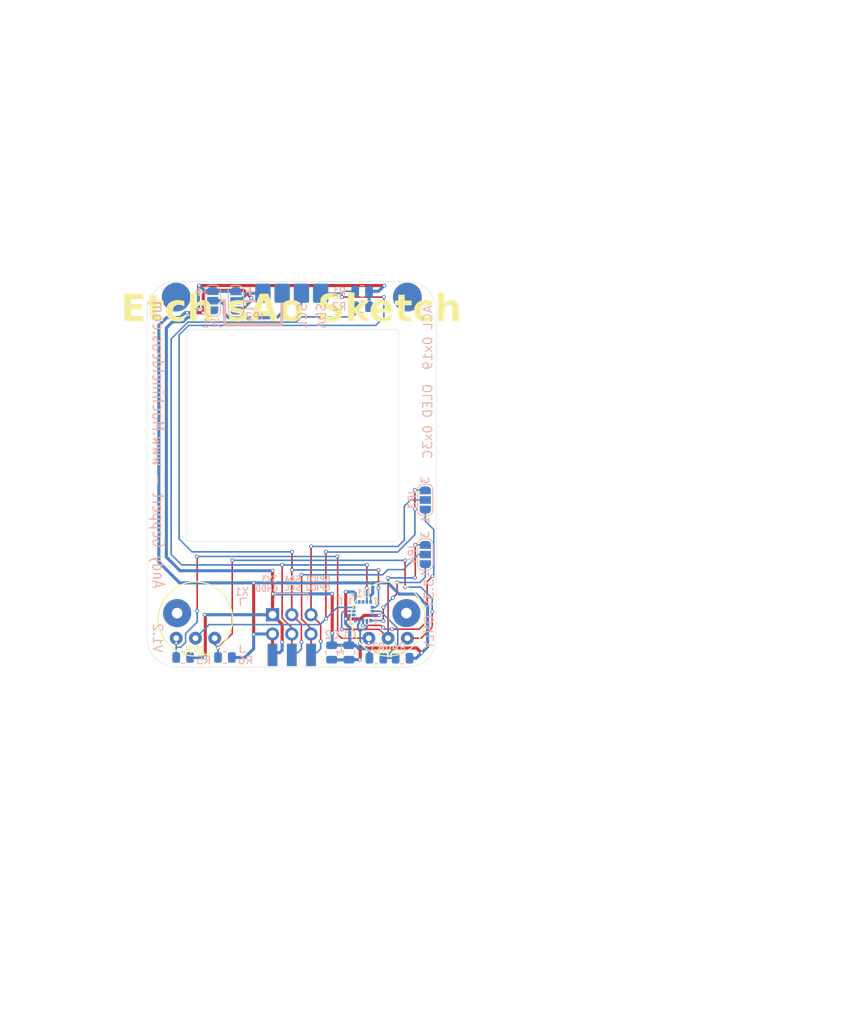
<source format=kicad_pcb>
(kicad_pcb (version 20240108) (generator "pcbnew") (generator_version "8.0")
  (title_block (title "Etch sAo Sketch - PCB Layout") (date "2024-12-01") (rev "1.2") (company "Andy Geppert - Machine Ideas, LLC"))
  (layers (0 "F.Cu" signal) (31 "B.Cu" signal) (34 "B.Paste" user) (35 "F.Paste" user) (36 "B.SilkS" user "B.Silkscreen") (37 "F.SilkS" user "F.Silkscreen") (38 "B.Mask" user) (39 "F.Mask" user) (44 "Edge.Cuts" user))
  (net 0 "")
  (net 1 "VIN")
  (net 2 "Net-(U1-SDO{slash}SA0)")
  (net 3 "GND")
  (net 4 "/POT1L")
  (net 5 "/GPIO2")
  (net 6 "/INT1")
  (net 7 "Net-(R5-Pad2)")
  (net 8 "/GPIO1")
  (net 9 "Net-(R6-Pad1)")
  (net 10 "/SCL")
  (net 11 "/SDA")
  (net 12 "Net-(JP1-C)")
  (net 13 "Net-(JP2-C)")
  (net 14 "/POT2R")
  (net 15 "/INT2")
  (footprint "Andy_Footprint_Library:POT_RES3_91A_TTE" (layer "F.Cu") (at 65.6082 146.1656)
    (property "Reference" "RV1" (at 2.54 1.524 0) (layer "F.SilkS"))
    (property "Value" "R_POT_5K")
    (pad "1" thru_hole circle (at 0 0) (size 1.7 1.7) (drill 0.762) (layers "*.Cu" "*.Mask") (net 7 "Net-(R5-Pad2)"))
    (pad "2" thru_hole circle (at 2.54 0) (size 1.7 1.7) (drill 0.762) (layers "*.Cu" "*.Mask") (net 4 "/POT1L"))
    (pad "3" thru_hole circle (at 5.08 0) (size 1.7 1.7) (drill 0.762) (layers "*.Cu" "*.Mask") (net 9 "Net-(R6-Pad1)"))
  )
  (footprint "Andy_Footprint_Library:Badgelife-SAOv169-BADGE-2x3-Edge-Connect-no-front-text-shortened" (layer "F.Cu") (at 80.8482 144.3456)
    (property "Reference" "X1" (at -6.604 -4.318 0) (layer "B.SilkS") (effects (justify mirror)))
    (property "Value" "SAO_conn_SFH11-NBPC-D03-ST-BK")
    (fp_text user "GPIO1" (at 3.429 -5.969 0) (layer "B.SilkS") (effects (font (size 0.75 0.75)) (justify mirror)))
    (fp_text user "3V3" (at -2.921 -5.969 0) (layer "B.SilkS") (effects (font (size 0.75 0.75)) (justify mirror)))
    (fp_text user "GNDD" (at -3.302 -4.699 0) (layer "B.SilkS") (effects (font (size 0.75 0.75)) (justify mirror)))
    (fp_text user "SDA" (at 0.127 -5.969 0) (layer "B.SilkS") (effects (font (size 0.75 0.75)) (justify mirror)))
    (fp_text user "SCL" (at 0.127 -4.826 0) (layer "B.SilkS") (effects (font (size 0.75 0.75)) (justify mirror)))
    (fp_text user "GPIO2" (at 3.429 -4.826 0) (layer "B.SilkS") (effects (font (size 0.75 0.75)) (justify mirror)))
    (pad "1" thru_hole rect (at -2.54 -1.27 270) (size 1.7272 1.7272) (drill 1.016) (layers "*.Cu" "*.Mask") (net 1 "VIN"))
    (pad "1" smd rect (at -2.54 4.02) (size 1.27 2.96) (layers "B.Cu" "B.Mask") (net 1 "VIN"))
    (pad "2" thru_hole circle (at -2.54 1.27 270) (size 1.7272 1.7272) (drill 1.016) (layers "*.Cu" "*.Mask") (net 3 "GND"))
    (pad "2" smd rect (at -2.54 4.02) (size 1.27 2.96) (layers "F.Cu" "F.Mask") (net 3 "GND"))
    (pad "3" thru_hole oval (at 0 -1.27 270) (size 1.7272 1.7272) (drill 1.016) (layers "*.Cu" "*.Mask") (net 11 "/SDA"))
    (pad "3" smd rect (at 0 4.02) (size 1.27 2.96) (layers "B.Cu" "B.Mask") (net 11 "/SDA"))
    (pad "4" thru_hole oval (at 0 1.27 270) (size 1.7272 1.7272) (drill 1.016) (layers "*.Cu" "*.Mask") (net 10 "/SCL"))
    (pad "4" smd rect (at 0 4.02) (size 1.27 2.96) (layers "F.Cu" "F.Mask") (net 10 "/SCL"))
    (pad "5" thru_hole circle (at 2.54 -1.27 270) (size 1.7272 1.7272) (drill 1.016) (layers "*.Cu" "*.Mask") (net 8 "/GPIO1"))
    (pad "5" smd rect (at 2.54 4.02) (size 1.27 2.96) (layers "B.Cu" "B.Mask") (net 8 "/GPIO1"))
    (pad "6" thru_hole circle (at 2.54 1.27 270) (size 1.7272 1.7272) (drill 1.016) (layers "*.Cu" "*.Mask") (net 5 "/GPIO2"))
    (pad "6" smd rect (at 2.54 4.02) (size 1.27 2.96) (layers "F.Cu" "F.Mask") (net 5 "/GPIO2"))
  )
  (footprint "Andy_Footprint_Library:POT_RES3_91A_TTE" (layer "F.Cu") (at 91.0082 146.1656)
    (property "Reference" "RV2" (at 2.54 1.524 0) (layer "F.SilkS"))
    (property "Value" "R_POT_5K")
    (pad "1" thru_hole circle (at 0 0) (size 1.7 1.7) (drill 0.762) (layers "*.Cu" "*.Mask") (net 7 "Net-(R5-Pad2)"))
    (pad "2" thru_hole circle (at 2.54 0) (size 1.7 1.7) (drill 0.762) (layers "*.Cu" "*.Mask") (net 14 "/POT2R"))
    (pad "3" thru_hole circle (at 5.08 0) (size 1.7 1.7) (drill 0.762) (layers "*.Cu" "*.Mask") (net 9 "Net-(R6-Pad1)"))
  )
  (footprint "Jumper:SolderJumper-3_P1.3mm_Open_RoundedPad1.0x1.5mm_NumberLabels" (layer "B.Cu") (at 70.4342 101.6856 90)
    (property "Reference" "JP1" (at -3.0018 -0.1016 180) (layer "B.SilkS") (effects (justify mirror)))
    (property "Value" "SolderJumper_3_Open")
    (pad "1" smd custom (at -1.3 0 90) (size 1 0.5) (layers "B.Cu" "B.Mask") (net 3 "GND") (options (clearance outline) (anchor rect)) (primitives (gr_circle (center 0 -0.25) (end 0.5 -0.25) (width 0) (fill yes)) (gr_circle (center 0 0.25) (end 0.5 0.25) (width 0) (fill yes)) (gr_poly (pts (xy 0.55 -0.75) (xy 0 -0.75) (xy 0 0.75) (xy 0.55 0.75)) (width 0) (fill yes))))
    (pad "2" smd rect (at 0 0 90) (size 1 1.5) (layers "B.Cu" "B.Mask") (net 12 "Net-(JP1-C)"))
    (pad "3" smd custom (at 1.3 0 90) (size 1 0.5) (layers "B.Cu" "B.Mask") (net 1 "VIN") (options (clearance outline) (anchor rect)) (primitives (gr_circle (center 0 -0.25) (end 0.5 -0.25) (width 0) (fill yes)) (gr_circle (center 0 0.25) (end 0.5 0.25) (width 0) (fill yes)) (gr_poly (pts (xy 0 -0.75) (xy -0.55 -0.75) (xy -0.55 0.75) (xy 0 0.75)) (width 0) (fill yes))))
  )
  (footprint "Jumper:SolderJumper-3_P1.3mm_Open_RoundedPad1.0x1.5mm_NumberLabels" (layer "B.Cu") (at 98.4504 127.9538 90)
    (property "Reference" "JP3" (at 0.127 -1.7018 90) (layer "B.SilkS") (effects (justify mirror)))
    (property "Value" "SolderJumper_3_Open")
    (fp_text user "3" (at 2.6 0 90) (layer "B.SilkS") (effects (justify mirror)))
    (fp_text user "1" (at -2.6 0 90) (layer "B.SilkS") (effects (justify mirror)))
    (pad "1" smd custom (at -1.3 0 90) (size 1 0.5) (layers "B.Cu" "B.Mask") (net 6 "/INT1") (options (clearance outline) (anchor rect)) (primitives (gr_circle (center 0 -0.25) (end 0.5 -0.25) (width 0) (fill yes)) (gr_circle (center 0 0.25) (end 0.5 0.25) (width 0) (fill yes)) (gr_poly (pts (xy 0.55 -0.75) (xy 0 -0.75) (xy 0 0.75) (xy 0.55 0.75)) (width 0) (fill yes))))
    (pad "2" smd rect (at 0 0 90) (size 1 1.5) (layers "B.Cu" "B.Mask") (net 8 "/GPIO1"))
    (pad "3" smd custom (at 1.3 0 90) (size 1 0.5) (layers "B.Cu" "B.Mask") (net 4 "/POT1L") (options (clearance outline) (anchor rect)) (primitives (gr_circle (center 0 -0.25) (end 0.5 -0.25) (width 0) (fill yes)) (gr_circle (center 0 0.25) (end 0.5 0.25) (width 0) (fill yes)) (gr_poly (pts (xy 0 -0.75) (xy -0.55 -0.75) (xy -0.55 0.75) (xy 0 0.75)) (width 0) (fill yes))))
  )
  (footprint "Andy_Footprint_Library:LGA-16_3x3x1mm_STM" (layer "B.Cu") (at 90.2462 142.6096 -90)
    (property "Reference" "U1" (at -2.3876 -0.0254 0) (layer "B.SilkS") (effects (justify mirror)))
    (property "Value" "LIS3DHTR")
    (fp_text user "*" (at -2.5146 1.3462 180) (layer "B.SilkS") (effects (justify mirror)))
    (pad "1" smd rect (at -1.224999 1.000001 180) (size 0.3556 0.4572) (layers "B.Cu" "B.Paste" "B.Mask") (net 1 "VIN"))
    (pad "2" smd rect (at -1.224999 0.499999 180) (size 0.3556 0.4572) (layers "B.Cu" "B.Paste" "B.Mask"))
    (pad "3" smd rect (at -1.224999 0 180) (size 0.3556 0.4572) (layers "B.Cu" "B.Paste" "B.Mask"))
    (pad "4" smd rect (at -1.224999 -0.499999 180) (size 0.3556 0.4572) (layers "B.Cu" "B.Paste" "B.Mask") (net 10 "/SCL"))
    (pad "5" smd rect (at -1.224999 -1.000001 180) (size 0.3556 0.4572) (layers "B.Cu" "B.Paste" "B.Mask") (net 3 "GND"))
    (pad "6" smd rect (at -0.499999 -1.224999 270) (size 0.3556 0.4572) (layers "B.Cu" "B.Paste" "B.Mask") (net 11 "/SDA"))
    (pad "7" smd rect (at 0 -1.224999 270) (size 0.3556 0.4572) (layers "B.Cu" "B.Paste" "B.Mask") (net 2 "Net-(U1-SDO{slash}SA0)"))
    (pad "8" smd rect (at 0.499999 -1.224999 270) (size 0.3556 0.4572) (layers "B.Cu" "B.Paste" "B.Mask") (net 1 "VIN"))
    (pad "9" smd rect (at 1.224999 -1.000001 180) (size 0.3556 0.4572) (layers "B.Cu" "B.Paste" "B.Mask") (net 15 "/INT2"))
    (pad "10" smd rect (at 1.224999 -0.499999 180) (size 0.3556 0.4572) (layers "B.Cu" "B.Paste" "B.Mask") (net 3 "GND"))
    (pad "11" smd rect (at 1.224999 0 180) (size 0.3556 0.4572) (layers "B.Cu" "B.Paste" "B.Mask") (net 6 "/INT1"))
    (pad "12" smd rect (at 1.224999 0.499999 180) (size 0.3556 0.4572) (layers "B.Cu" "B.Paste" "B.Mask") (net 3 "GND"))
    (pad "13" smd rect (at 1.224999 1.000001 180) (size 0.3556 0.4572) (layers "B.Cu" "B.Paste" "B.Mask"))
    (pad "14" smd rect (at 0.499999 1.224999 270) (size 0.3556 0.4572) (layers "B.Cu" "B.Paste" "B.Mask") (net 1 "VIN"))
    (pad "15" smd rect (at 0 1.224999 270) (size 0.3556 0.4572) (layers "B.Cu" "B.Paste" "B.Mask") (net 14 "/POT2R"))
    (pad "16" smd rect (at -0.499999 1.224999 270) (size 0.3556 0.4572) (layers "B.Cu" "B.Paste" "B.Mask") (net 4 "/POT1L"))
  )
  (footprint "Resistor_SMD:R_0805_2012Metric" (layer "B.Cu") (at 90.1192 100.4456 180)
    (property "Reference" "R1" (at 3.048 -0.0508 0) (layer "B.SilkS") (effects (justify mirror)))
    (property "Value" "4K7")
    (pad "1" smd roundrect (at -0.9125 0 180) (size 1.025 1.4) (layers "B.Cu" "B.Paste" "B.Mask") (roundrect_rratio 0.243902) (net 1 "VIN"))
    (pad "2" smd roundrect (at 0.9125 0 180) (size 1.025 1.4) (layers "B.Cu" "B.Paste" "B.Mask") (roundrect_rratio 0.243902) (net 11 "/SDA"))
  )
  (footprint "Andy_Footprint_Library:OLED_1.50_128x128" (layer "B.Cu") (at 80.8482 122.0356 180)
    (property "Reference" "X2" (hide yes))
    (property "Value" "OLED_128x128")
    (fp_line (start 13.843 -10.862) (end 13.843 16.062) (stroke (width 0.05)) (layer "Edge.Cuts"))
    (fp_line (start 13.335 16.57) (end -13.589 16.57) (stroke (width 0.05)) (layer "Edge.Cuts"))
    (fp_line (start -13.589 -11.37) (end 13.335 -11.37) (stroke (width 0.05)) (layer "Edge.Cuts"))
    (fp_line (start -14.097 16.062) (end -14.097 -10.862) (stroke (width 0.05)) (layer "Edge.Cuts"))
    (fp_arc (start 13.843 16.062) (mid 13.69421 16.42121) (end 13.335 16.57) (stroke (width 0.05)) (layer "Edge.Cuts"))
    (fp_arc (start 13.335 -11.37) (mid 13.69421 -11.22121) (end 13.843 -10.862) (stroke (width 0.05)) (layer "Edge.Cuts"))
    (fp_arc (start -13.589 16.57) (mid -13.94821 16.42121) (end -14.097 16.062) (stroke (width 0.05)) (layer "Edge.Cuts"))
    (fp_arc (start -14.097 -10.862) (mid -13.94821 -11.22121) (end -13.589 -11.37) (stroke (width 0.05)) (layer "Edge.Cuts"))
    (pad "1" smd roundrect (at 3.81 21.336 180) (size 2.032 2.54) (layers "B.Cu" "B.Paste" "B.Mask") (roundrect_rratio 0.125) (net 13 "Net-(JP2-C)"))
    (pad "2" smd roundrect (at 1.27 21.336 180) (size 2.032 2.54) (layers "B.Cu" "B.Paste" "B.Mask") (roundrect_rratio 0.125) (net 12 "Net-(JP1-C)"))
    (pad "3" smd roundrect (at -1.27 21.336 180) (size 2.032 2.54) (layers "B.Cu" "B.Paste" "B.Mask") (roundrect_rratio 0.125) (net 10 "/SCL"))
    (pad "4" smd roundrect (at -3.81 21.336 180) (size 2.032 2.54) (layers "B.Cu" "B.Paste" "B.Mask") (roundrect_rratio 0.125) (net 11 "/SDA"))
    (pad "NC" smd circle (at -15.24 20.828 180) (size 3.81 3.81) (layers "B.Cu" "B.Paste" "B.Mask"))
    (pad "NC" thru_hole circle (at -15.115 -20.828 180) (size 3.7 3.7) (drill 1.4) (layers "*.Cu" "*.Mask"))
    (pad "NC" thru_hole circle (at 15.115 -20.828 180) (size 3.7 3.7) (drill 1.4) (layers "*.Cu" "*.Mask"))
    (pad "NC" smd circle (at 15.24 20.828 180) (size 3.81 3.81) (layers "B.Cu" "B.Paste" "B.Mask"))
  )
  (footprint "Resistor_SMD:R_0805_2012Metric" (layer "B.Cu") (at 92.0007 148.8072)
    (property "Reference" "R3" (at 0.2521 -1.4224 0) (layer "B.SilkS") (effects (justify mirror)))
    (property "Value" "10K")
    (pad "1" smd roundrect (at -0.9125 0) (size 1.025 1.4) (layers "B.Cu" "B.Paste" "B.Mask") (roundrect_rratio 0.243902) (net 1 "VIN"))
    (pad "2" smd roundrect (at 0.9125 0) (size 1.025 1.4) (layers "B.Cu" "B.Paste" "B.Mask") (roundrect_rratio 0.243902) (net 2 "Net-(U1-SDO{slash}SA0)"))
  )
  (footprint "Resistor_SMD:R_0805_2012Metric" (layer "B.Cu") (at 95.4532 148.8072)
    (property "Reference" "R4" (at -0.505 -1.4478 0) (layer "B.SilkS") (effects (justify mirror)))
    (property "Value" "10K")
    (pad "1" smd roundrect (at -0.9125 0) (size 1.025 1.4) (layers "B.Cu" "B.Paste" "B.Mask") (roundrect_rratio 0.243902) (net 2 "Net-(U1-SDO{slash}SA0)"))
    (pad "2" smd roundrect (at 0.9125 0) (size 1.025 1.4) (layers "B.Cu" "B.Paste" "B.Mask") (roundrect_rratio 0.243902) (net 3 "GND"))
  )
  (footprint "Resistor_SMD:R_0805_2012Metric" (layer "B.Cu") (at 90.1192 102.4776 180)
    (property "Reference" "R2" (at 3.048 0 0) (layer "B.SilkS") (effects (justify mirror)))
    (property "Value" "4K7")
    (pad "1" smd roundrect (at -0.9125 0 180) (size 1.025 1.4) (layers "B.Cu" "B.Paste" "B.Mask") (roundrect_rratio 0.243902) (net 1 "VIN"))
    (pad "2" smd roundrect (at 0.9125 0 180) (size 1.025 1.4) (layers "B.Cu" "B.Paste" "B.Mask") (roundrect_rratio 0.243902) (net 10 "/SCL"))
  )
  (footprint "Capacitor_SMD:C_0805_2012Metric" (layer "B.Cu") (at 88.392 148.0452 -90)
    (property "Reference" "C1" (at -2.3876 -0.0254 180) (layer "B.SilkS") (effects (justify mirror)))
    (property "Value" "0.1uF")
    (pad "1" smd roundrect (at -0.95 0 270) (size 1 1.45) (layers "B.Cu" "B.Paste" "B.Mask") (net 1 "VIN"))
    (pad "2" smd roundrect (at 0.95 0 270) (size 1 1.45) (layers "B.Cu" "B.Paste" "B.Mask") (net 3 "GND"))
  )
  (footprint "Resistor_SMD:R_0805_2012Metric" (layer "B.Cu") (at 66.5226 148.7056 180)
    (property "Reference" "R5" (at -2.7256 -0.37 0) (layer "B.SilkS") (effects (justify mirror)))
    (property "Value" "10K")
    (pad "1" smd roundrect (at -0.9125 0 180) (size 1.025 1.4) (layers "B.Cu" "B.Paste" "B.Mask") (roundrect_rratio 0.243902) (net 1 "VIN"))
    (pad "2" smd roundrect (at 0.9125 0 180) (size 1.025 1.4) (layers "B.Cu" "B.Paste" "B.Mask") (roundrect_rratio 0.243902) (net 7 "Net-(R5-Pad2)"))
  )
  (footprint "Resistor_SMD:R_0805_2012Metric" (layer "B.Cu") (at 72.0344 148.7056)
    (property "Reference" "R6" (at 2.7138 0.37 0) (layer "B.SilkS") (effects (justify mirror)))
    (property "Value" "4K7")
    (pad "1" smd roundrect (at -0.9125 0) (size 1.025 1.4) (layers "B.Cu" "B.Paste" "B.Mask") (roundrect_rratio 0.243902) (net 9 "Net-(R6-Pad1)"))
    (pad "2" smd roundrect (at 0.9125 0) (size 1.025 1.4) (layers "B.Cu" "B.Paste" "B.Mask") (roundrect_rratio 0.243902) (net 3 "GND"))
  )
  (footprint "Capacitor_SMD:C_0805_2012Metric" (layer "B.Cu") (at 86.106 148.0452 -90)
    (property "Reference" "C2" (at -2.3368 -0.0508 180) (layer "B.SilkS") (effects (justify mirror)))
    (property "Value" "10uF")
    (pad "1" smd roundrect (at -0.95 0 270) (size 1 1.45) (layers "B.Cu" "B.Paste" "B.Mask") (net 1 "VIN"))
    (pad "2" smd roundrect (at 0.95 0 270) (size 1 1.45) (layers "B.Cu" "B.Paste" "B.Mask") (net 3 "GND"))
  )
  (footprint "Jumper:SolderJumper-3_P1.3mm_Open_RoundedPad1.0x1.5mm_NumberLabels" (layer "B.Cu") (at 98.4504 135.142 90)
    (property "Reference" "JP4" (at 0.1524 -1.7018 90) (layer "B.SilkS") (effects (justify mirror)))
    (property "Value" "SolderJumper_3_Open")
    (fp_text user "1" (at -2.6 0 90) (layer "B.SilkS") (effects (justify mirror)))
    (fp_text user "3" (at 2.6 0 90) (layer "B.SilkS") (effects (justify mirror)))
    (pad "1" smd custom (at -1.3 0 90) (size 1 0.5) (layers "B.Cu" "B.Mask") (net 15 "/INT2") (options (clearance outline) (anchor rect)) (primitives (gr_circle (center 0 -0.25) (end 0.5 -0.25) (width 0) (fill yes)) (gr_circle (center 0 0.25) (end 0.5 0.25) (width 0) (fill yes)) (gr_poly (pts (xy 0.55 -0.75) (xy 0 -0.75) (xy 0 0.75) (xy 0.55 0.75)) (width 0) (fill yes))))
    (pad "2" smd rect (at 0 0 90) (size 1 1.5) (layers "B.Cu" "B.Mask") (net 5 "/GPIO2"))
    (pad "3" smd custom (at 1.3 0 90) (size 1 0.5) (layers "B.Cu" "B.Mask") (net 14 "/POT2R") (options (clearance outline) (anchor rect)) (primitives (gr_circle (center 0 -0.25) (end 0.5 -0.25) (width 0) (fill yes)) (gr_circle (center 0 0.25) (end 0.5 0.25) (width 0) (fill yes)) (gr_poly (pts (xy 0 -0.75) (xy -0.55 -0.75) (xy -0.55 0.75) (xy 0 0.75)) (width 0) (fill yes))))
  )
  (footprint "Jumper:SolderJumper-3_P1.3mm_Open_RoundedPad1.0x1.5mm_NumberLabels" (layer "B.Cu") (at 73.4822 101.7156 90)
    (property "Reference" "JP2" (at -2.0828 2.5908 0) (layer "B.SilkS") (effects (justify mirror)))
    (property "Value" "SolderJumper_3_Open")
    (pad "1" smd custom (at -1.3 0 90) (size 1 0.5) (layers "B.Cu" "B.Mask") (net 3 "GND") (options (clearance outline) (anchor rect)) (primitives (gr_circle (center 0 -0.25) (end 0.5 -0.25) (width 0) (fill yes)) (gr_circle (center 0 0.25) (end 0.5 0.25) (width 0) (fill yes)) (gr_poly (pts (xy 0.55 -0.75) (xy 0 -0.75) (xy 0 0.75) (xy 0.55 0.75)) (width 0) (fill yes))))
    (pad "2" smd rect (at 0 0 90) (size 1 1.5) (layers "B.Cu" "B.Mask") (net 13 "Net-(JP2-C)"))
    (pad "3" smd custom (at 1.3 0 90) (size 1 0.5) (layers "B.Cu" "B.Mask") (net 1 "VIN") (options (clearance outline) (anchor rect)) (primitives (gr_circle (center 0 -0.25) (end 0.5 -0.25) (width 0) (fill yes)) (gr_circle (center 0 0.25) (end 0.5 0.25) (width 0) (fill yes)) (gr_poly (pts (xy 0 -0.75) (xy -0.55 -0.75) (xy -0.55 0.75) (xy 0 0.75)) (width 0) (fill yes))))
  )
  (gr_line (start 71.9836 104.8144) (end 79.5274 104.8144) (stroke (width 0.381)) (layer "B.SilkS"))
  (gr_line (start 71.5518 101.6902) (end 71.9836 101.6902) (stroke (width 0.381)) (layer "B.SilkS"))
  (gr_line (start 71.9836 101.6902) (end 71.9836 104.8144) (stroke (width 0.381)) (layer "B.SilkS"))
  (gr_line (start 74.6252 101.7156) (end 75.9206 101.7156) (stroke (width 0.381)) (layer "B.SilkS"))
  (gr_line (start 79.5274 104.8144) (end 79.5274 102.0966) (stroke (width 0.381)) (layer "B.SilkS"))
  (gr_line (start 99.8982 102.9856) (end 99.8982 146.1656) (stroke (width 0.05)) (layer "Edge.Cuts"))
  (gr_arc (start 61.7982 102.9856) (mid 62.914123 100.291523) (end 65.6082 99.1756) (stroke (width 0.05)) (layer "Edge.Cuts"))
  (gr_line (start 61.7982 146.1656) (end 61.7982 102.9856) (stroke (width 0.05)) (layer "Edge.Cuts"))
  (gr_arc (start 96.0882 99.1756) (mid 98.782277 100.291523) (end 99.8982 102.9856) (stroke (width 0.05)) (layer "Edge.Cuts"))
  (gr_line (start 65.6082 149.9756) (end 96.0882 149.9756) (stroke (width 0.05)) (layer "Edge.Cuts"))
  (gr_arc (start 99.8982 146.1656) (mid 98.782277 148.859677) (end 96.0882 149.9756) (stroke (width 0.05)) (layer "Edge.Cuts"))
  (gr_arc (start 65.6082 149.9756) (mid 62.914123 148.859677) (end 61.7982 146.1656) (stroke (width 0.05)) (layer "Edge.Cuts"))
  (gr_line (start 65.6082 99.1756) (end 96.0882 99.1756) (stroke (width 0.05)) (layer "Edge.Cuts"))
  (gr_text "3.3V ONLY" (at 98.9584 142.9398 90) (layer "B.SilkS") (effects (font (size 1.2 1.2)) (justify mirror)))
  (gr_text "-" (at 75.311 102.8078 -180) (layer "B.SilkS") (effects (font (size 1.2 1.2) (thickness 0.254)) (justify mirror)))
  (gr_text "SCL" (at 82.2198 103.646 90) (layer "B.SilkS") (effects (font (size 1.2 1.2) (thickness 0.1524)) (justify mirror)))
  (gr_text "SDA" (at 84.7344 103.6714 90) (layer "B.SilkS") (effects (font (size 1.2 1.2) (thickness 0.1524)) (justify mirror)))
  (gr_text "ACL 0x19  OLED 0x3C" (at 98.7552 112.409 90) (layer "B.SilkS") (effects (font (size 1.2 1.2)) (justify mirror)))
  (gr_text "+" (at 75.3364 100.3948 0) (layer "B.SilkS") (effects (font (size 1.2 1.2) (thickness 0.254)) (justify mirror)))
  (gr_text "+" (at 68.6308 100.4202 0) (layer "B.SilkS") (effects (font (size 1.2 1.2) (thickness 0.254)) (justify mirror)))
  (gr_text "V1.2" (at 63.1698 146.1148 270) (layer "B.SilkS") (effects (font (size 1.2 1.2)) (justify mirror)))
  (gr_text "-" (at 68.6054 102.8332 -180) (layer "B.SilkS") (effects (font (size 1.2 1.2) (thickness 0.254)) (justify mirror)))
  (gr_text "Andy Geppert - www.MachineIdeas.com" (at 63.2714 120.6386 270) (layer "B.SilkS") (effects (font (size 1.524 1.27) (thickness 0.1778)) (justify mirror)))
  (gr_text "Etch sAo Sketch" (at 80.772 104.9922 0) (layer "F.SilkS") (effects (font (size 3.556 3.556) (thickness 0.508) (bold yes)) (justify bottom)))
  (segment (start 93.0402 99.6836) (end 68.6562 99.6836) (width 0.4064) (layer "F.Cu") (net 1))
  (segment (start 69.3674 143.0756) (end 69.4482 143.1564) (width 0.4064) (layer "F.Cu") (net 1))
  (segment (start 87.9602 143.6256) (end 89.916 143.6256) (width 0.4064) (layer "F.Cu") (net 1))
  (segment (start 69.4482 143.1564) (end 69.4482 148.6248) (width 0.4064) (layer "F.Cu") (net 1))
  (segment (start 89.916 143.6256) (end 90.382289 143.159311) (width 0.4064) (layer "F.Cu") (net 1))
  (segment (start 79.5782 144.3456) (end 78.3082 143.0756) (width 0.4064) (layer "F.Cu") (net 1))
  (segment (start 86.1822 140.3236) (end 86.1568 140.3236) (width 0.4064) (layer "F.Cu") (net 1))
  (segment (start 87.9602 140.0696) (end 87.9602 143.6256) (width 0.4064) (layer "F.Cu") (net 1))
  (segment (start 90.382289 143.159311) (end 92.363489 143.159311) (width 0.4064) (layer "F.Cu") (net 1))
  (segment (start 78.3336 140.3236) (end 78.3082 140.3236) (width 0.4064) (layer "F.Cu") (net 1))
  (segment (start 78.3082 137.301) (end 78.3082 143.0756) (width 0.4064) (layer "F.Cu") (net 1))
  (segment (start 86.1822 145.5052) (end 86.1822 140.3236) (width 0.4064) (layer "F.Cu") (net 1))
  (segment (start 79.5782 146.6756) (end 79.5782 144.3456) (width 0.4064) (layer "F.Cu") (net 1))
  (segment (start 69.4482 148.6248) (end 69.3674 148.7056) (width 0.4064) (layer "F.Cu") (net 1))
  (via (at 86.1568 140.3236) (size 0.508) (drill 0.3048) (layers "F.Cu" "B.Cu") (net 1))
  (via (at 69.3674 143.0756) (size 0.508) (drill 0.3048) (layers "F.Cu" "B.Cu") (net 1))
  (via (at 87.9602 143.6256) (size 0.508) (drill 0.3048) (layers "F.Cu" "B.Cu") (net 1))
  (via (at 86.1822 145.5052) (size 0.508) (drill 0.3048) (layers "F.Cu" "B.Cu") (net 1))
  (via (at 87.9602 140.0696) (size 0.508) (drill 0.3048) (layers "F.Cu" "B.Cu") (net 1))
  (via (at 79.5782 146.6756) (size 0.508) (drill 0.3048) (layers "F.Cu" "B.Cu") (net 1))
  (via (at 78.3336 140.3236) (size 0.508) (drill 0.3048) (layers "F.Cu" "B.Cu") (net 1))
  (via (at 92.363489 143.159311) (size 0.508) (drill 0.3048) (layers "F.Cu" "B.Cu") (net 1))
  (via (at 69.3674 148.7056) (size 0.508) (drill 0.3048) (layers "F.Cu" "B.Cu") (net 1))
  (via (at 68.6562 99.6836) (size 0.508) (drill 0.3048) (layers "F.Cu" "B.Cu") (net 1))
  (via (at 93.0402 99.6836) (size 0.508) (drill 0.3048) (layers "F.Cu" "B.Cu") (net 1))
  (via (at 78.3082 137.2756) (size 0.508) (drill 0.3048) (layers "F.Cu" "B.Cu") (net 1))
  (segment (start 89.6598 147.5372) (end 90.7796 147.5372) (width 0.4064) (layer "B.Cu") (net 1))
  (segment (start 91.0317 100.4456) (end 91.0317 102.4776) (width 0.4064) (layer "B.Cu") (net 1))
  (segment (start 88.392 147.0952) (end 89.2178 147.0952) (width 0.4064) (layer "B.Cu") (net 1))
  (segment (start 91.471199 143.109599) (end 92.313777 143.109599) (width 0.2032) (layer "B.Cu") (net 1))
  (segment (start 69.4182 100.4456) (end 73.1682 100.4456) (width 0.4064) (layer "B.Cu") (net 1))
  (segment (start 67.308505 103.8746) (end 67.1068 103.8746) (width 0.4064) (layer "B.Cu") (net 1))
  (segment (start 92.313777 143.109599) (end 92.363489 143.159311) (width 0.2032) (layer "B.Cu") (net 1))
  (segment (start 89.2178 147.0952) (end 89.6598 147.5372) (width 0.4064) (layer "B.Cu") (net 1))
  (segment (start 88.476201 143.109599) (end 87.9602 143.6256) (width 0.4064) (layer "B.Cu") (net 1))
  (segment (start 88.4936 146.9936) (end 88.4936 144.794) (width 0.4064) (layer "B.Cu") (net 1))
  (segment (start 68.5546 99.7852) (end 68.5546 102.628505) (width 0.4064) (layer "B.Cu") (net 1))
  (segment (start 82.8548 140.3236) (end 78.3336 140.3236) (width 0.4064) (layer "B.Cu") (net 1))
  (segment (start 69.3674 143.0756) (end 78.3082 143.0756) (width 0.4064) (layer "B.Cu") (net 1))
  (segment (start 79.2532 148.0706) (end 78.3082 148.0706) (width 0.4064) (layer "B.Cu") (net 1))
  (segment (start 66.5226 104.4588) (end 65.1256 104.4588) (width 0.4064) (layer "B.Cu") (net 1))
  (segment (start 89.2302 140.5776) (end 89.2302 141.368602) (width 0.3048) (layer "B.Cu") (net 1))
  (segment (start 86.1822 147.0952) (end 86.1822 145.5052) (width 0.4064) (layer "B.Cu") (net 1))
  (segment (start 68.6562 99.6836) (end 68.5546 99.7852) (width 0.4064) (layer "B.Cu") (net 1))
  (segment (start 66.1162 137.2756) (end 78.3082 137.2756) (width 0.4064) (layer "B.Cu") (net 1))
  (segment (start 86.1568 140.3236) (end 82.8548 140.3236) (width 0.4064) (layer "B.Cu") (net 1))
  (segment (start 89.0016 140.0696) (end 89.2302 140.2982) (width 0.4064) (layer "B.Cu") (net 1))
  (segment (start 65.1256 104.4588) (end 64.3128 105.2716) (width 0.4064) (layer "B.Cu") (net 1))
  (segment (start 68.5546 102.628505) (end 67.308505 103.8746) (width 0.4064) (layer "B.Cu") (net 1))
  (segment (start 79.5782 147.7456) (end 79.2532 148.0706) (width 0.4064) (layer "B.Cu") (net 1))
  (segment (start 87.9602 144.2606) (end 87.9602 143.6256) (width 0.4064) (layer "B.Cu") (net 1))
  (segment (start 64.3128 105.2716) (end 64.3128 135.4722) (width 0.4064) (layer "B.Cu") (net 1))
  (segment (start 79.5782 146.6756) (end 79.5782 147.7456) (width 0.4064) (layer "B.Cu") (net 1))
  (segment (start 92.2782 100.4456) (end 91.0317 100.4456) (width 0.4064) (layer "B.Cu") (net 1))
  (segment (start 88.392 147.0952) (end 86.1822 147.0952) (width 0.4064) (layer "B.Cu") (net 1))
  (segment (start 90.7796 147.5372) (end 91.0882 147.8458) (width 0.4064) (layer "B.Cu") (net 1))
  (segment (start 88.4936 144.794) (end 87.9602 144.2606) (width 0.4064) (layer "B.Cu") (net 1))
  (segment (start 64.3128 135.4722) (end 66.1162 137.2756) (width 0.4064) (layer "B.Cu") (net 1))
  (segment (start 93.0402 99.6836) (end 92.2782 100.4456) (width 0.4064) (layer "B.Cu") (net 1))
  (segment (start 88.392 147.0952) (end 88.4936 146.9936) (width 0.4064) (layer "B.Cu") (net 1))
  (segment (start 91.0882 147.8458) (end 91.0882 148.8072) (width 0.4064) (layer "B.Cu") (net 1))
  (segment (start 87.9602 140.0696) (end 89.0016 140.0696) (width 0.4064) (layer "B.Cu") (net 1))
  (segment (start 67.1068 103.8746) (end 66.5226 104.4588) (width 0.4064) (layer "B.Cu") (net 1))
  (segment (start 89.2302 140.2982) (end 89.2302 140.5776) (width 0.4064) (layer "B.Cu") (net 1))
  (segment (start 89.021201 143.109599) (end 88.476201 143.109599) (width 0.3048) (layer "B.Cu") (net 1))
  (segment (start 69.3674 148.7056) (end 67.4351 148.7056) (width 0.4064) (layer "B.Cu") (net 1))
  (segment (start 68.6562 99.6836) (end 69.4182 100.4456) (width 0.4064) (layer "B.Cu") (net 1))
  (segment (start 93.726 148.8072) (end 92.9132 148.8072) (width 0.2032) (layer "B.Cu") (net 2))
  (segment (start 92.5322 142.6096) (end 94.8182 144.8956) (width 0.2032) (layer "B.Cu") (net 2))
  (segment (start 94.8182 144.8956) (end 94.8182 147.0292) (width 0.2032) (layer "B.Cu") (net 2))
  (segment (start 93.726 148.8072) (end 94.5407 148.8072) (width 0.2032) (layer "B.Cu") (net 2))
  (segment (start 93.726 148.1214) (end 93.726 148.8072) (width 0.2032) (layer "B.Cu") (net 2))
  (segment (start 94.8182 147.0292) (end 93.726 148.1214) (width 0.2032) (layer "B.Cu") (net 2))
  (segment (start 91.471199 142.6096) (end 92.5322 142.6096) (width 0.2032) (layer "B.Cu") (net 2))
  (segment (start 69.1642 103.265) (end 69.1642 100.903332) (width 0.4064) (layer "F.Cu") (net 3))
  (segment (start 69.748932 100.3186) (end 74.5236 100.3186) (width 0.4064) (layer "F.Cu") (net 3))
  (segment (start 75.819 138.8758) (end 75.819 145.6756) (width 0.4064) (layer "F.Cu") (net 3))
  (segment (start 97.9551 148.1087) (end 97.3074 147.461) (width 0.4064) (layer "F.Cu") (net 3))
  (segment (start 89.8652 148.9342) (end 89.8144 148.985) (width 0.4064) (layer "F.Cu") (net 3))
  (segment (start 97.3074 147.461) (end 89.8652 147.461) (width 0.4064) (layer "F.Cu") (net 3))
  (segment (start 69.1642 100.903332) (end 69.748932 100.3186) (width 0.4064) (layer "F.Cu") (net 3))
  (segment (start 67.056 103.265) (end 69.1642 103.265) (width 0.4064) (layer "F.Cu") (net 3))
  (segment (start 78.3082 145.6156) (end 78.3082 148.0706) (width 0.4064) (layer "F.Cu") (net 3))
  (segment (start 89.8652 146.8756) (end 89.8652 148.9342) (width 0.4064) (layer "F.Cu") (net 3))
  (segment (start 74.5236 100.3186) (end 75.5142 101.3092) (width 0.4064) (layer "F.Cu") (net 3))
  (via (at 89.8652 146.8756) (size 0.508) (drill 0.3048) (layers "F.Cu" "B.Cu") (net 3))
  (via (at 69.1642 103.265) (size 0.508) (drill 0.3048) (layers "F.Cu" "B.Cu") (net 3))
  (via (at 97.9551 148.1087) (size 0.508) (drill 0.3048) (layers "F.Cu" "B.Cu") (net 3))
  (via (at 75.819 138.8758) (size 0.508) (drill 0.3048) (layers "F.Cu" "B.Cu") (net 3))
  (via (at 67.056 103.265) (size 0.508) (drill 0.3048) (layers "F.Cu" "B.Cu") (net 3))
  (via (at 75.819 145.6756) (size 0.508) (drill 0.3048) (layers "F.Cu" "B.Cu") (net 3))
  (via (at 89.8144 148.985) (size 0.508) (drill 0.3048) (layers "F.Cu" "B.Cu") (net 3))
  (via (at 75.5142 101.3092) (size 0.508) (drill 0.3048) (layers "F.Cu" "B.Cu") (net 3))
  (segment (start 75.819 147.5626) (end 74.676 148.7056) (width 0.4064) (layer "B.Cu") (net 3))
  (segment (start 63.3222 136.1326) (end 63.3222 104.9414) (width 0.4064) (layer "B.Cu") (net 3))
  (segment (start 66.0654 138.8758) (end 63.3222 136.1326) (width 0.4064) (layer "B.Cu") (net 3))
  (segment (start 86.1314 149.0206) (end 86.106 148.9952) (width 0.4064) (layer "B.Cu") (net 3))
  (segment (start 90.776771 144.69663) (end 90.464313 145.009088) (width 0.254) (layer "B.Cu") (net 3))
  (segment (start 91.246201 140.5522) (end 91.246201 141.384601) (width 0.2032) (layer "B.Cu") (net 3))
  (segment (start 69.4936 103.265) (end 69.773 102.9856) (width 0.4064) (layer "B.Cu") (net 3))
  (segment (start 75.819 138.8758) (end 66.0654 138.8758) (width 0.4064) (layer "B.Cu") (net 3))
  (segment (start 88.392 148.9952) (end 88.3666 149.0206) (width 0.4064) (layer "B.Cu") (net 3))
  (segment (start 89.8144 148.985) (end 89.8042 148.9952) (width 0.4064) (layer "B.Cu") (net 3))
  (segment (start 89.5604 144.3634) (end 89.746201 144.177599) (width 0.254) (layer "B.Cu") (net 3))
  (segment (start 98.7552 141.900114) (end 97.204086 140.349) (width 0.4064) (layer "B.Cu") (net 3))
  (segment (start 89.8652 145.2766) (end 89.5604 144.9718) (width 0.254) (layer "B.Cu") (net 3))
  (segment (start 97.204086 140.349) (end 94.996 140.349) (width 0.4064) (layer "B.Cu") (net 3))
  (segment (start 75.819 138.8758) (end 91.567 138.8758) (width 0.4064) (layer "B.Cu") (net 3))
  (segment (start 91.5162 140.282201) (end 91.5162 138.9266) (width 0.4064) (layer "B.Cu") (net 3))
  (segment (start 90.746199 143.834599) (end 90.746199 144.123599) (width 0.254) (layer "B.Cu") (net 3))
  (segment (start 94.996 140.349) (end 93.5228 138.8758) (width 0.4064) (layer "B.Cu") (net 3))
  (segment (start 66.7766 103.265) (end 67.056 103.265) (width 0.4064) (layer "B.Cu") (net 3))
  (segment (start 90.776771 144.154171) (end 90.776771 144.69663) (width 0.254) (layer "B.Cu") (net 3))
  (segment (start 63.3222 104.9414) (end 64.3636 103.9) (width 0.4064) (layer "B.Cu") (net 3))
  (segment (start 64.3636 103.9) (end 66.1416 103.9) (width 0.4064) (layer "B.Cu") (net 3))
  (segment (start 75.5142 101.6448) (end 74.1434 103.0156) (width 0.4064) (layer "B.Cu") (net 3))
  (segment (start 91.246201 140.5522) (end 91.5162 140.282201) (width 0.4064) (layer "B.Cu") (net 3))
  (segment (start 75.819 145.6756) (end 75.879 145.6156) (width 0.4064) (layer "B.Cu") (net 3))
  (segment (start 88.3666 149.0206) (end 86.1314 149.0206) (width 0.4064) (layer "B.Cu") (net 3))
  (segment (start 93.5228 138.8758) (end 91.567 138.8758) (width 0.4064) (layer "B.Cu") (net 3))
  (segment (start 90.132712 145.009088) (end 89.8652 145.2766) (width 0.254) (layer "B.Cu") (net 3))
  (segment (start 89.8652 145.2766) (end 89.8652 146.8756) (width 0.254) (layer "B.Cu") (net 3))
  (segment (start 97.2566 148.8072) (end 97.9551 148.1087) (width 0.4064) (layer "B.Cu") (net 3))
  (segment (start 90.746199 144.123599) (end 90.776771 144.154171) (width 0.254) (layer "B.Cu") (net 3))
  (segment (start 75.819 145.6756) (end 75.819 147.5626) (width 0.4064) (layer "B.Cu") (net 3))
  (segment (start 69.773 102.9856) (end 70.4342 102.9856) (width 0.4064) (layer "B.Cu") (net 3))
  (segment (start 74.1434 103.0156) (end 73.4822 103.0156) (width 0.4064) (layer "B.Cu") (net 3))
  (segment (start 74.676 148.7056) (end 72.9469 148.7056) (width 0.4064) (layer "B.Cu") (net 3))
  (segment (start 98.7552 147.3086) (end 98.7552 141.900114) (width 0.4064) (layer "B.Cu") (net 3))
  (segment (start 75.879 145.6156) (end 78.3082 145.6156) (width 0.4064) (layer "B.Cu") (net 3))
  (segment (start 75.5142 101.3092) (end 75.5142 101.6448) (width 0.4064) (layer "B.Cu") (net 3))
  (segment (start 69.1642 103.265) (end 69.4936 103.265) (width 0.4064) (layer "B.Cu") (net 3))
  (segment (start 89.5604 144.9718) (end 89.5604 144.3634) (width 0.254) (layer "B.Cu") (net 3))
  (segment (start 89.746201 144.177599) (end 89.746201 143.834599) (width 0.254) (layer "B.Cu") (net 3))
  (segment (start 89.8042 148.9952) (end 88.392 148.9952) (width 0.4064) (layer "B.Cu") (net 3))
  (segment (start 97.9551 148.1087) (end 98.7552 147.3086) (width 0.4064) (layer "B.Cu") (net 3))
  (segment (start 96.3657 148.8072) (end 97.2566 148.8072) (width 0.4064) (layer "B.Cu") (net 3))
  (segment (start 66.1416 103.9) (end 66.7766 103.265) (width 0.4064) (layer "B.Cu") (net 3))
  (segment (start 90.464313 145.009088) (end 90.132712 145.009088) (width 0.254) (layer "B.Cu") (net 3))
  (segment (start 97.0788 129.173) (end 97.0788 126.633) (width 0.2032) (layer "F.Cu") (net 4))
  (segment (start 85.344 143.6002) (end 85.344 134.7864) (width 0.2032) (layer "F.Cu") (net 4))
  (segment (start 85.344 134.7864) (end 85.344 134.8118) (width 0.2032) (layer "F.Cu") (net 4))
  (via (at 85.344 143.6002) (size 0.508) (drill 0.3048) (layers "F.Cu" "B.Cu") (net 4))
  (via (at 97.0788 126.633) (size 0.508) (drill 0.3048) (layers "F.Cu" "B.Cu") (net 4))
  (via (at 97.0788 129.173) (size 0.508) (drill 0.3048) (layers "F.Cu" "B.Cu") (net 4))
  (via (at 85.344 134.7864) (size 0.508) (drill 0.3048) (layers "F.Cu" "B.Cu") (net 4))
  (segment (start 85.344 143.6002) (end 84.5686 144.3756) (width 0.2032) (layer "B.Cu") (net 4))
  (segment (start 85.344 143.6002) (end 86.834599 142.109601) (width 0.2032) (layer "B.Cu") (net 4))
  (segment (start 94.7928 134.8118) (end 97.0788 132.5258) (width 0.2032) (layer "B.Cu") (net 4))
  (segment (start 85.344 134.8118) (end 94.7928 134.8118) (width 0.2032) (layer "B.Cu") (net 4))
  (segment (start 84.5686 144.3756) (end 69.9382 144.3756) (width 0.2032) (layer "B.Cu") (net 4))
  (segment (start 97.0788 126.633) (end 98.4296 126.633) (width 0.2032) (layer "B.Cu") (net 4))
  (segment (start 98.4296 126.633) (end 98.4504 126.6538) (width 0.2032) (layer "B.Cu") (net 4))
  (segment (start 86.834599 142.109601) (end 89.021201 142.109601) (width 0.2032) (layer "B.Cu") (net 4))
  (segment (start 97.0788 132.5258) (end 97.0788 129.173) (width 0.2032) (layer "B.Cu") (net 4))
  (segment (start 69.9382 144.3756) (end 68.1482 146.1656) (width 0.2032) (layer "B.Cu") (net 4))
  (segment (start 83.3882 145.6156) (end 83.3882 144.897179) (width 0.2032) (layer "F.Cu") (net 5))
  (segment (start 82.1436 143.652579) (end 82.1436 137.809) (width 0.2032) (layer "F.Cu") (net 5))
  (segment (start 83.3882 145.6156) (end 83.3882 148.0706) (width 0.2032) (layer "F.Cu") (net 5))
  (segment (start 83.3882 144.897179) (end 82.1436 143.652579) (width 0.2032) (layer "F.Cu") (net 5))
  (via (at 82.1436 137.809) (size 0.508) (drill 0.3048) (layers "F.Cu" "B.Cu") (net 5))
  (segment (start 92.837 137.809) (end 93.5228 137.1232) (width 0.2032) (layer "B.Cu") (net 5))
  (segment (start 95.5548 137.1232) (end 97.536 135.142) (width 0.2032) (layer "B.Cu") (net 5))
  (segment (start 97.536 135.142) (end 98.4504 135.142) (width 0.2032) (layer "B.Cu") (net 5))
  (segment (start 93.5228 137.1232) (end 95.5548 137.1232) (width 0.2032) (layer "B.Cu") (net 5))
  (segment (start 82.1436 137.809) (end 92.837 137.809) (width 0.2032) (layer "B.Cu") (net 5))
  (segment (start 90.243371 144.475688) (end 90.243459 144.4756) (width 0.2032) (layer "F.Cu") (net 6))
  (segment (start 97.6592 144.9756) (end 94.06 144.9756) (width 0.2032) (layer "F.Cu") (net 6))
  (segment (start 98.7044 143.9304) (end 97.6592 144.9756) (width 0.2032) (layer "F.Cu") (net 6))
  (segment (start 90.243459 144.4756) (end 92.57662 144.4756) (width 0.2032) (layer "F.Cu") (net 6))
  (segment (start 98.7044 138.698) (end 98.7044 143.9304) (width 0.2032) (layer "F.Cu") (net 6))
  (segment (start 94.06 144.9756) (end 94.0562 144.9718) (width 0.2032) (layer "F.Cu") (net 6))
  (segment (start 92.57662 144.4756) (end 92.86962 144.7686) (width 0.2032) (layer "F.Cu") (net 6))
  (segment (start 99.4156 137.9868) (end 98.7044 138.698) (width 0.2032) (layer "F.Cu") (net 6))
  (via (at 92.86962 144.7686) (size 0.508) (drill 0.3048) (layers "F.Cu" "B.Cu") (net 6))
  (via (at 90.243371 144.475688) (size 0.508) (drill 0.3048) (layers "F.Cu" "B.Cu") (net 6))
  (via (at 99.4156 137.9868) (size 0.508) (drill 0.3048) (layers "F.Cu" "B.Cu") (net 6))
  (via (at 94.0562 144.9718) (size 0.508) (drill 0.3048) (layers "F.Cu" "B.Cu") (net 6))
  (segment (start 99.568 131.84) (end 98.4504 130.7224) (width 0.2032) (layer "B.Cu") (net 6))
  (segment (start 99.4156 137.9868) (end 99.568 137.8344) (width 0.2032) (layer "B.Cu") (net 6))
  (segment (start 90.2462 144.472859) (end 90.2462 143.834599) (width 0.2032) (layer "B.Cu") (net 6))
  (segment (start 99.568 137.8344) (end 99.568 131.84) (width 0.2032) (layer "B.Cu") (net 6))
  (segment (start 92.86962 144.7686) (end 93.07282 144.9718) (width 0.2032) (layer "B.Cu") (net 6))
  (segment (start 93.07282 144.9718) (end 94.0562 144.9718) (width 0.2032) (layer "B.Cu") (net 6))
  (segment (start 90.243371 144.475688) (end 90.2462 144.472859) (width 0.2032) (layer "B.Cu") (net 6))
  (segment (start 98.4504 130.7224) (end 98.4504 129.2538) (width 0.2032) (layer "B.Cu") (net 6))
  (segment (start 86.8482 135.396) (end 86.8934 135.4412) (width 0.2032) (layer "F.Cu") (net 7))
  (segment (start 86.8934 145.6576) (end 87.4014 146.1656) (width 0.2032) (layer "F.Cu") (net 7))
  (segment (start 68.3768 135.4468) (end 68.326 135.396) (width 0.2032) (layer "F.Cu") (net 7))
  (segment (start 68.3768 142.5588) (end 68.3768 135.4468) (width 0.2032) (layer "F.Cu") (net 7))
  (segment (start 87.4014 146.1656) (end 91.0082 146.1656) (width 0.2032) (layer "F.Cu") (net 7))
  (segment (start 86.8934 135.4412) (end 86.8934 145.6576) (width 0.2032) (layer "F.Cu") (net 7))
  (via (at 68.326 135.396) (size 0.508) (drill 0.3048) (layers "F.Cu" "B.Cu") (net 7))
  (via (at 86.8482 135.396) (size 0.508) (drill 0.3048) (layers "F.Cu" "B.Cu") (net 7))
  (via (at 68.3768 142.5588) (size 0.508) (drill 0.3048) (layers "F.Cu" "B.Cu") (net 7))
  (segment (start 65.6101 146.1675) (end 65.6082 146.1656) (width 0.2032) (layer "B.Cu") (net 7))
  (segment (start 65.6101 148.7056) (end 65.6101 146.1675) (width 0.2032) (layer "B.Cu") (net 7))
  (segment (start 68.3768 144.032) (end 66.8482 145.5606) (width 0.2032) (layer "B.Cu") (net 7))
  (segment (start 65.6101 147.3756) (end 65.6101 147.1562) (width 0.2032) (layer "B.Cu") (net 7))
  (segment (start 66.8482 145.5606) (end 66.8482 146.729) (width 0.2032) (layer "B.Cu") (net 7))
  (segment (start 66.8482 146.729) (end 66.2016 147.3756) (width 0.2032) (layer "B.Cu") (net 7))
  (segment (start 68.326 135.396) (end 86.8482 135.396) (width 0.2032) (layer "B.Cu") (net 7))
  (segment (start 66.2016 147.3756) (end 65.6101 147.3756) (width 0.2032) (layer "B.Cu") (net 7))
  (segment (start 68.3768 142.5588) (end 68.3768 144.032) (width 0.2032) (layer "B.Cu") (net 7))
  (segment (start 84.6582 144.3456) (end 83.3882 143.0756) (width 0.2032) (layer "F.Cu") (net 8))
  (segment (start 83.3882 134.0752) (end 83.3882 143.0756) (width 0.2032) (layer "F.Cu") (net 8))
  (segment (start 84.6582 146.5756) (end 84.6582 144.3456) (width 0.2032) (layer "F.Cu") (net 8))
  (via (at 83.3882 134.0752) (size 0.508) (drill 0.3048) (layers "F.Cu" "B.Cu") (net 8))
  (via (at 84.6582 146.5756) (size 0.508) (drill 0.3048) (layers "F.Cu" "B.Cu") (net 8))
  (segment (start 96.4946 127.9538) (end 98.4504 127.9538) (width 0.2032) (layer "B.Cu") (net 8))
  (segment (start 95.6818 128.7666) (end 96.4946 127.9538) (width 0.2032) (layer "B.Cu") (net 8))
  (segment (start 83.3882 134.0752) (end 94.8436 134.0752) (width 0.2032) (layer "B.Cu") (net 8))
  (segment (start 94.8436 134.0752) (end 95.6818 133.237) (width 0.2032) (layer "B.Cu") (net 8))
  (segment (start 95.6818 133.237) (end 95.6818 128.7666) (width 0.2032) (layer "B.Cu") (net 8))
  (segment (start 84.6582 146.5756) (end 84.6582 147.5656) (width 0.2032) (layer "B.Cu") (net 8))
  (segment (start 84.6582 147.5656) (end 84.1532 148.0706) (width 0.2032) (layer "B.Cu") (net 8))
  (segment (start 84.1532 148.0706) (end 83.3882 148.0706) (width 0.2032) (layer "B.Cu") (net 8))
  (segment (start 97.917 146.1656) (end 96.0882 146.1656) (width 0.2032) (layer "F.Cu") (net 9))
  (segment (start 99.3648 144.7178) (end 97.917 146.1656) (width 0.2032) (layer "F.Cu") (net 9))
  (segment (start 99.3648 142.6604) (end 99.3648 144.7178) (width 0.2032) (layer "F.Cu") (net 9))
  (segment (start 71.12 147.4356) (end 72.9996 145.556) (width 0.2032) (layer "F.Cu") (net 9))
  (segment (start 72.9996 145.556) (end 72.9996 135.904) (width 0.2032) (layer "F.Cu") (net 9))
  (segment (start 95.7834 139.4346) (end 95.7834 135.904) (width 0.2032) (layer "F.Cu") (net 9))
  (via (at 71.12 147.4356) (size 0.508) (drill 0.3048) (layers "F.Cu" "B.Cu") (net 9))
  (via (at 95.7834 139.4346) (size 0.508) (drill 0.3048) (layers "F.Cu" "B.Cu") (net 9))
  (via (at 72.9996 135.904) (size 0.508) (drill 0.3048) (layers "F.Cu" "B.Cu") (net 9))
  (via (at 99.3648 142.6604) (size 0.508) (drill 0.3048) (layers "F.Cu" "B.Cu") (net 9))
  (via (at 95.7834 135.904) (size 0.508) (drill 0.3048) (layers "F.Cu" "B.Cu") (net 9))
  (segment (start 95.7834 135.904) (end 72.9996 135.904) (width 0.2032) (layer "B.Cu") (net 9))
  (segment (start 71.12 148.7037) (end 71.1219 148.7056) (width 0.2032) (layer "B.Cu") (net 9))
  (segment (start 97.870213 139.4346) (end 95.7834 139.4346) (width 0.2032) (layer "B.Cu") (net 9))
  (segment (start 71.12 147.4356) (end 71.12 148.7037) (width 0.2032) (layer "B.Cu") (net 9))
  (segment (start 99.3648 142.6604) (end 99.3648 140.929187) (width 0.2032) (layer "B.Cu") (net 9))
  (segment (start 99.3648 140.929187) (end 97.870213 139.4346) (width 0.2032) (layer "B.Cu") (net 9))
  (segment (start 70.6882 147.0038) (end 70.6882 146.1656) (width 0.2032) (layer "B.Cu") (net 9))
  (segment (start 71.12 147.4356) (end 70.6882 147.0038) (width 0.2032) (layer "B.Cu") (net 9))
  (segment (start 80.8482 145.6156) (end 80.8482 148.0706) (width 0.2032) (layer "F.Cu") (net 10))
  (segment (start 79.5782 141.1872) (end 79.5782 136.5136) (width 0.2032) (layer "F.Cu") (net 10))
  (segment (start 80.8482 145.6156) (end 80.8482 144.7756) (width 0.2032) (layer "F.Cu") (net 10))
  (segment (start 90.7542 139.553599) (end 90.746199 139.5616) (width 0.2032) (layer "F.Cu") (net 10))
  (segment (start 79.5782 143.5056) (end 79.5782 141.238) (width 0.2032) (layer "F.Cu") (net 10))
  (segment (start 90.7542 136.5136) (end 90.7542 139.553599) (width 0.2032) (layer "F.Cu") (net 10))
  (segment (start 80.8482 144.7756) (end 79.5782 143.5056) (width 0.2032) (layer "F.Cu") (net 10))
  (via (at 79.5782 136.5136) (size 0.508) (drill 0.3048) (layers "F.Cu" "B.Cu") (net 10))
  (via (at 90.746199 139.5616) (size 0.508) (drill 0.3048) (layers "F.Cu" "B.Cu") (net 10))
  (via (at 90.7542 136.5136) (size 0.508) (drill 0.3048) (layers "F.Cu" "B.Cu") (net 10))
  (segment (start 81.4324 104.5096) (end 82.1182 103.8238) (width 0.2032) (layer "B.Cu") (net 10))
  (segment (start 89.2067 102.4776) (end 89.2067 103.4917) (width 0.2032) (layer "B.Cu") (net 10))
  (segment (start 67.1576 104.5096) (end 81.4324 104.5096) (width 0.2032) (layer "B.Cu") (net 10))
  (segment (start 64.9478 135.1166) (end 64.9478 106.7194) (width 0.2032) (layer "B.Cu") (net 10))
  (segment (start 82.1182 103.8238) (end 82.1182 100.6996) (width 0.2032) (layer "B.Cu") (net 10))
  (segment (start 89.2067 103.4917) (end 88.8746 103.8238) (width 0.2032) (layer "B.Cu") (net 10))
  (segment (start 90.7542 136.5136) (end 66.3448 136.5136) (width 0.2032) (layer "B.Cu") (net 10))
  (segment (start 88.8746 103.8238) (end 82.1182 103.8238) (width 0.2032) (layer "B.Cu") (net 10))
  (segment (start 64.9478 106.7194) (end 67.1576 104.5096) (width 0.2032) (layer "B.Cu") (net 10))
  (segment (start 66.3448 136.5136) (end 64.9478 135.1166) (width 0.2032) (layer "B.Cu") (net 10))
  (segment (start 90.746199 139.5616) (end 90.746199 141.384601) (width 0.2032) (layer "B.Cu") (net 10))
  (segment (start 80.8482 137.1994) (end 80.8482 143.0756) (width 0.2032) (layer "F.Cu") (net 11))
  (segment (start 80.8736 137.174) (end 80.8736 134.7864) (width 0.2032) (layer "F.Cu") (net 11))
  (segment (start 82.1182 144.3456) (end 82.1182 146.6756) (width 0.2032) (layer "F.Cu") (net 11))
  (segment (start 92.2782 139.5616) (end 92.2782 137.174) (width 0.2032) (layer "F.Cu") (net 11))
  (segment (start 80.8482 143.0756) (end 82.1182 144.3456) (width 0.2032) (layer "F.Cu") (net 11))
  (segment (start 92.9894 101.2076) (end 87.4522 101.2076) (width 0.2032) (layer "F.Cu") (net 11))
  (via (at 92.2782 139.5616) (size 0.508) (drill 0.3048) (layers "F.Cu" "B.Cu") (net 11))
  (via (at 92.9894 101.2076) (size 0.508) (drill 0.3048) (layers "F.Cu" "B.Cu") (net 11))
  (via (at 92.2782 137.174) (size 0.508) (drill 0.3048) (layers "F.Cu" "B.Cu") (net 11))
  (via (at 80.8736 137.174) (size 0.508) (drill 0.3048) (layers "F.Cu" "B.Cu") (net 11))
  (via (at 80.8736 134.7864) (size 0.508) (drill 0.3048) (layers "F.Cu" "B.Cu") (net 11))
  (via (at 87.4522 101.2076) (size 0.508) (drill 0.3048) (layers "F.Cu" "B.Cu") (net 11))
  (via (at 82.1182 146.6756) (size 0.508) (drill 0.3048) (layers "F.Cu" "B.Cu") (net 11))
  (segment (start 67.691 134.7864) (end 80.8736 134.7864) (width 0.2032) (layer "B.Cu") (net 11))
  (segment (start 81.6532 148.0706) (end 80.8482 148.0706) (width 0.2032) (layer "B.Cu") (net 11))
  (segment (start 82.1182 147.6056) (end 81.6532 148.0706) (width 0.2032) (layer "B.Cu") (net 11))
  (segment (start 92.2782 141.7206) (end 91.889199 142.109601) (width 0.2032) (layer "B.Cu") (net 11))
  (segment (start 65.9892 106.2114) (end 65.9892 133.0846) (width 0.2032) (layer "B.Cu") (net 11))
  (segment (start 82.1182 146.6756) (end 82.1182 147.6056) (width 0.2032) (layer "B.Cu") (net 11))
  (segment (start 84.6582 100.6996) (end 87.4522 100.6996) (width 0.2032) (layer "B.Cu") (net 11))
  (segment (start 92.9894 103.8746) (end 91.9226 104.9414) (width 0.2032) (layer "B.Cu") (net 11))
  (segment (start 87.7062 100.4456) (end 89.2067 100.4456) (width 0.2032) (layer "B.Cu") (net 11))
  (segment (start 92.9894 101.2076) (end 92.9894 103.8746) (width 0.2032) (layer "B.Cu") (net 11))
  (segment (start 91.889199 142.109601) (end 91.471199 142.109601) (width 0.2032) (layer "B.Cu") (net 11))
  (segment (start 91.9226 104.9414) (end 67.2592 104.9414) (width 0.2032) (layer "B.Cu") (net 11))
  (segment (start 65.9892 133.0846) (end 67.691 134.7864) (width 0.2032) (layer "B.Cu") (net 11))
  (segment (start 80.8736 137.174) (end 92.2782 137.174) (width 0.2032) (layer "B.Cu") (net 11))
  (segment (start 87.4522 100.6996) (end 87.4522 101.2076) (width 0.2032) (layer "B.Cu") (net 11))
  (segment (start 92.2782 139.5616) (end 92.2782 141.7206) (width 0.2032) (layer "B.Cu") (net 11))
  (segment (start 87.4522 100.6996) (end 87.7062 100.4456) (width 0.2032) (layer "B.Cu") (net 11))
  (segment (start 80.8736 137.174) (end 80.8482 137.1994) (width 0.2032) (layer "B.Cu") (net 11))
  (segment (start 67.2592 104.9414) (end 65.9892 106.2114) (width 0.2032) (layer "B.Cu") (net 11))
  (segment (start 70.4342 101.6856) (end 71.3874 101.6856) (width 0.4064) (layer "B.Cu") (net 12))
  (segment (start 78.8924 103.9254) (end 79.5782 103.2396) (width 0.4064) (layer "B.Cu") (net 12))
  (segment (start 71.9582 103.3666) (end 72.517 103.9254) (width 0.4064) (layer "B.Cu") (net 12))
  (segment (start 79.5782 103.2396) (end 79.5782 100.6996) (width 0.4064) (layer "B.Cu") (net 12))
  (segment (start 72.517 103.9254) (end 78.8924 103.9254) (width 0.4064) (layer "B.Cu") (net 12))
  (segment (start 71.9582 102.2564) (end 71.9582 103.3666) (width 0.4064) (layer "B.Cu") (net 12))
  (segment (start 71.3874 101.6856) (end 71.9582 102.2564) (width 0.4064) (layer "B.Cu") (net 12))
  (segment (start 73.4822 101.7156) (end 73.992168 101.7156) (width 0.4064) (layer "B.Cu") (net 13))
  (segment (start 73.992168 101.7156) (end 75.008168 100.6996) (width 0.4064) (layer "B.Cu") (net 13))
  (segment (start 75.008168 100.6996) (end 77.0382 100.6996) (width 0.4064) (layer "B.Cu") (net 13))
  (segment (start 92.3832 145.0006) (end 93.5482 146.1656) (width 0.2032) (layer "F.Cu") (net 14))
  (segment (start 87.4268 145.0006) (end 92.3832 145.0006) (width 0.2032) (layer "F.Cu") (net 14))
  (segment (start 93.5482 138.2408) (end 93.5482 146.1656) (width 0.2032) (layer "F.Cu") (net 14))
  (segment (start 97.0788 138.19) (end 97.1296 138.1392) (width 0.2032) (layer "F.Cu") (net 14))
  (segment (start 93.5736 138.2154) (end 93.5482 138.2408) (width 0.2032) (layer "F.Cu") (net 14))
  (segment (start 97.1296 138.1392) (end 97.1296 133.8466) (width 0.2032) (layer "F.Cu") (net 14))
  (via (at 93.5736 138.2154) (size 0.508) (drill 0.3048) (layers "F.Cu" "B.Cu") (net 14))
  (via (at 87.4268 145.0006) (size 0.508) (drill 0.3048) (layers "F.Cu" "B.Cu") (net 14))
  (via (at 97.1296 133.8466) (size 0.508) (drill 0.3048) (layers "F.Cu" "B.Cu") (net 14))
  (via (at 97.0788 138.19) (size 0.508) (drill 0.3048) (layers "F.Cu" "B.Cu") (net 14))
  (segment (start 97.1296 133.8466) (end 98.4458 133.8466) (width 0.2032) (layer "B.Cu") (net 14))
  (segment (start 87.4268 145.0006) (end 87.4268 142.889) (width 0.2032) (layer "B.Cu") (net 14))
  (segment (start 87.7062 142.6096) (end 89.021201 142.6096) (width 0.2032) (layer "B.Cu") (net 14))
  (segment (start 98.4458 133.8466) (end 98.4504 133.842) (width 0.2032) (layer "B.Cu") (net 14))
  (segment (start 87.4268 142.889) (end 87.7062 142.6096) (width 0.2032) (layer "B.Cu") (net 14))
  (segment (start 97.0788 138.19) (end 97.0534 138.2154) (width 0.2032) (layer "B.Cu") (net 14))
  (segment (start 97.0534 138.2154) (end 93.5736 138.2154) (width 0.2032) (layer "B.Cu") (net 14))
  (segment (start 94.742 140.2728) (end 94.1832 140.8316) (width 0.2032) (layer "F.Cu") (net 15))
  (segment (start 94.742 138.825) (end 94.742 140.2728) (width 0.2032) (layer "F.Cu") (net 15))
  (segment (start 92.9132 143.8796) (end 92.9132 142.1016) (width 0.2032) (layer "F.Cu") (net 15))
  (via (at 92.9132 142.1016) (size 0.508) (drill 0.3048) (layers "F.Cu" "B.Cu") (net 15))
  (via (at 92.9132 143.8796) (size 0.508) (drill 0.3048) (layers "F.Cu" "B.Cu") (net 15))
  (via (at 94.742 138.825) (size 0.508) (drill 0.3048) (layers "F.Cu" "B.Cu") (net 15))
  (via (at 94.1832 140.8316) (size 0.508) (drill 0.3048) (layers "F.Cu" "B.Cu") (net 15))
  (segment (start 98.4504 138.1138) (end 98.4504 136.442) (width 0.2032) (layer "B.Cu") (net 15))
  (segment (start 92.868199 143.834599) (end 92.9132 143.8796) (width 0.2032) (layer "B.Cu") (net 15))
  (segment (start 91.246201 143.834599) (end 92.868199 143.834599) (width 0.2032) (layer "B.Cu") (net 15))
  (segment (start 94.742 138.825) (end 97.7392 138.825) (width 0.2032) (layer "B.Cu") (net 15))
  (segment (start 97.7392 138.825) (end 98.4504 138.1138) (width 0.2032) (layer "B.Cu") (net 15))
  (segment (start 94.1832 140.8316) (end 92.9132 142.1016) (width 0.2032) (layer "B.Cu") (net 15))
)
</source>
